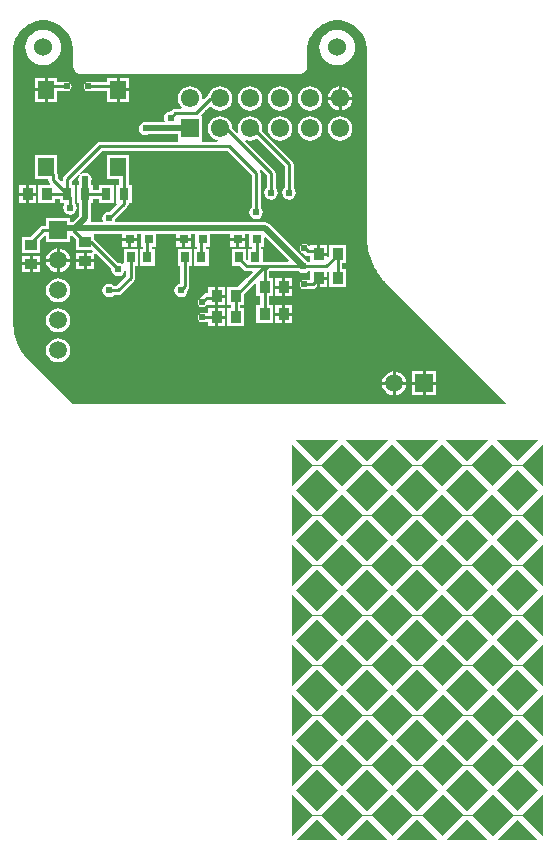
<source format=gtl>
G04*
G04 #@! TF.GenerationSoftware,Altium Limited,Altium Designer,20.0.14 (345)*
G04*
G04 Layer_Physical_Order=1*
G04 Layer_Color=255*
%FSLAX25Y25*%
%MOIN*%
G70*
G01*
G75*
%ADD25C,0.02400*%
%ADD27R,0.03543X0.03937*%
%ADD28R,0.03150X0.03937*%
%ADD29R,0.05512X0.05906*%
%ADD30R,0.03937X0.03543*%
%ADD31R,0.03150X0.03150*%
%ADD32R,0.02756X0.03543*%
%ADD33C,0.01000*%
%ADD34C,0.02000*%
%ADD35C,0.00400*%
%ADD36C,0.06000*%
%ADD37C,0.05984*%
%ADD38R,0.05984X0.05984*%
%ADD39R,0.06102X0.06102*%
%ADD40C,0.06102*%
%ADD41R,0.05984X0.05984*%
%ADD42C,0.01600*%
G36*
X55332Y30716D02*
X56824Y30231D01*
X58221Y29519D01*
X59489Y28598D01*
X60598Y27489D01*
X61519Y26221D01*
X62231Y24824D01*
X62716Y23333D01*
X62961Y21784D01*
Y21000D01*
X62961Y-41109D01*
X62963Y-41118D01*
X62968Y-41795D01*
X62982Y-41862D01*
X62974Y-41929D01*
X63103Y-43662D01*
X63127Y-43750D01*
X63124Y-43841D01*
X63406Y-45556D01*
X63437Y-45641D01*
X63442Y-45732D01*
X63873Y-47415D01*
X63913Y-47497D01*
X63926Y-47587D01*
X64503Y-49226D01*
X64549Y-49304D01*
X64570Y-49393D01*
X65290Y-50975D01*
X65343Y-51049D01*
X65371Y-51135D01*
X66227Y-52647D01*
X66286Y-52716D01*
X66322Y-52800D01*
X67308Y-54231D01*
X67357Y-54278D01*
X67388Y-54339D01*
X67928Y-55021D01*
X67945Y-55036D01*
X67956Y-55056D01*
X68707Y-55963D01*
X68782Y-56025D01*
X68836Y-56105D01*
X109268Y-96538D01*
X109077Y-97000D01*
X-35102D01*
X-50963Y-81134D01*
X-51399Y-80608D01*
X-52284Y-79323D01*
X-53052Y-77965D01*
X-53698Y-76546D01*
X-54216Y-75074D01*
X-54603Y-73563D01*
X-54856Y-72024D01*
X-54972Y-70468D01*
X-54961Y-69688D01*
X-54964Y-69674D01*
X-54961Y-69661D01*
Y21000D01*
Y21784D01*
X-54716Y23333D01*
X-54231Y24824D01*
X-53519Y26221D01*
X-52598Y27489D01*
X-51489Y28598D01*
X-50221Y29519D01*
X-48824Y30231D01*
X-47333Y30716D01*
X-45784Y30961D01*
X-44216D01*
X-42667Y30716D01*
X-41176Y30231D01*
X-39779Y29519D01*
X-38511Y28598D01*
X-37402Y27489D01*
X-36481Y26221D01*
X-35769Y24824D01*
X-35284Y23333D01*
X-35039Y21784D01*
Y15609D01*
X-34884Y14828D01*
X-34442Y14167D01*
X-33833Y13558D01*
X-33172Y13116D01*
X-32391Y12961D01*
X40271D01*
X41051Y13116D01*
X41713Y13558D01*
X42442Y14287D01*
X42884Y14949D01*
X43039Y15729D01*
Y21784D01*
X43284Y23333D01*
X43769Y24824D01*
X44481Y26221D01*
X45402Y27489D01*
X46511Y28598D01*
X47779Y29519D01*
X49176Y30231D01*
X50668Y30716D01*
X52216Y30961D01*
X53784D01*
X55332Y30716D01*
D02*
G37*
G36*
X113102Y-115928D02*
X106143Y-108968D01*
X120062D01*
X113102Y-115928D01*
D02*
G37*
G36*
X96398D02*
X89438Y-108968D01*
X103357D01*
X96398Y-115928D01*
D02*
G37*
G36*
X79693D02*
X72733Y-108968D01*
X86653D01*
X79693Y-115928D01*
D02*
G37*
G36*
X62988D02*
X56028Y-108968D01*
X69948D01*
X62988Y-115928D01*
D02*
G37*
G36*
X46284D02*
X39324Y-108968D01*
X53243D01*
X46284Y-115928D01*
D02*
G37*
G36*
X121454Y-124281D02*
X114494Y-117322D01*
X121454Y-110362D01*
Y-124281D01*
D02*
G37*
G36*
X111709Y-117322D02*
X104749Y-124281D01*
X97790Y-117322D01*
X104749Y-110362D01*
X111709Y-117322D01*
D02*
G37*
G36*
X95004D02*
X88045Y-124281D01*
X81085Y-117322D01*
X88045Y-110362D01*
X95004Y-117322D01*
D02*
G37*
G36*
X78298D02*
X71338Y-124281D01*
X64379Y-117322D01*
X71338Y-110362D01*
X78298Y-117322D01*
D02*
G37*
G36*
X61595D02*
X54635Y-124281D01*
X47675Y-117322D01*
X54635Y-110362D01*
X61595Y-117322D01*
D02*
G37*
G36*
X44890D02*
X37930Y-124281D01*
Y-110362D01*
X44890Y-117322D01*
D02*
G37*
G36*
X120062Y-125673D02*
X113102Y-132633D01*
X106143Y-125673D01*
X113102Y-118713D01*
X120062Y-125673D01*
D02*
G37*
G36*
X103357D02*
X96398Y-132633D01*
X89438Y-125673D01*
X96398Y-118713D01*
X103357Y-125673D01*
D02*
G37*
G36*
X86653D02*
X79693Y-132633D01*
X72733Y-125673D01*
X79693Y-118713D01*
X86653Y-125673D01*
D02*
G37*
G36*
X69948D02*
X62988Y-132633D01*
X56028Y-125673D01*
X62988Y-118713D01*
X69948Y-125673D01*
D02*
G37*
G36*
X53243D02*
X46284Y-132633D01*
X39324Y-125673D01*
X46284Y-118713D01*
X53243Y-125673D01*
D02*
G37*
G36*
X121454Y-140907D02*
X114494Y-133948D01*
X121454Y-126988D01*
Y-140907D01*
D02*
G37*
G36*
X111709Y-133948D02*
X104749Y-140907D01*
X97790Y-133948D01*
X104749Y-126988D01*
X111709Y-133948D01*
D02*
G37*
G36*
X95004D02*
X88045Y-140907D01*
X81085Y-133948D01*
X88045Y-126988D01*
X95004Y-133948D01*
D02*
G37*
G36*
X78298D02*
X71338Y-140907D01*
X64379Y-133948D01*
X71338Y-126988D01*
X78298Y-133948D01*
D02*
G37*
G36*
X61595D02*
X54635Y-140907D01*
X47675Y-133948D01*
X54635Y-126988D01*
X61595Y-133948D01*
D02*
G37*
G36*
X44890D02*
X37930Y-140907D01*
Y-126988D01*
X44890Y-133948D01*
D02*
G37*
G36*
X120062Y-142299D02*
X113102Y-149259D01*
X106143Y-142299D01*
X113102Y-135339D01*
X120062Y-142299D01*
D02*
G37*
G36*
X103357D02*
X96398Y-149259D01*
X89438Y-142299D01*
X96398Y-135339D01*
X103357Y-142299D01*
D02*
G37*
G36*
X86653D02*
X79693Y-149259D01*
X72733Y-142299D01*
X79693Y-135339D01*
X86653Y-142299D01*
D02*
G37*
G36*
X69948D02*
X62988Y-149259D01*
X56028Y-142299D01*
X62988Y-135339D01*
X69948Y-142299D01*
D02*
G37*
G36*
X53243D02*
X46284Y-149259D01*
X39324Y-142299D01*
X46284Y-135339D01*
X53243Y-142299D01*
D02*
G37*
G36*
X121454Y-157533D02*
X114494Y-150574D01*
X121454Y-143614D01*
Y-157533D01*
D02*
G37*
G36*
X111709Y-150574D02*
X104749Y-157533D01*
X97790Y-150574D01*
X104749Y-143614D01*
X111709Y-150574D01*
D02*
G37*
G36*
X95004D02*
X88045Y-157533D01*
X81085Y-150574D01*
X88045Y-143614D01*
X95004Y-150574D01*
D02*
G37*
G36*
X78298D02*
X71338Y-157533D01*
X64379Y-150574D01*
X71338Y-143614D01*
X78298Y-150574D01*
D02*
G37*
G36*
X61595D02*
X54635Y-157533D01*
X47675Y-150574D01*
X54635Y-143614D01*
X61595Y-150574D01*
D02*
G37*
G36*
X44890D02*
X37930Y-157533D01*
Y-143614D01*
X44890Y-150574D01*
D02*
G37*
G36*
X120062Y-158925D02*
X113102Y-165885D01*
X106143Y-158925D01*
X113102Y-151965D01*
X120062Y-158925D01*
D02*
G37*
G36*
X103357D02*
X96398Y-165885D01*
X89438Y-158925D01*
X96398Y-151965D01*
X103357Y-158925D01*
D02*
G37*
G36*
X86653D02*
X79693Y-165885D01*
X72733Y-158925D01*
X79693Y-151965D01*
X86653Y-158925D01*
D02*
G37*
G36*
X69948D02*
X62988Y-165885D01*
X56028Y-158925D01*
X62988Y-151965D01*
X69948Y-158925D01*
D02*
G37*
G36*
X53243D02*
X46284Y-165885D01*
X39324Y-158925D01*
X46284Y-151965D01*
X53243Y-158925D01*
D02*
G37*
G36*
X121454Y-174159D02*
X114494Y-167200D01*
X121454Y-160240D01*
Y-174159D01*
D02*
G37*
G36*
X111709Y-167200D02*
X104749Y-174159D01*
X97790Y-167200D01*
X104749Y-160240D01*
X111709Y-167200D01*
D02*
G37*
G36*
X95004D02*
X88045Y-174159D01*
X81085Y-167200D01*
X88045Y-160240D01*
X95004Y-167200D01*
D02*
G37*
G36*
X78298D02*
X71338Y-174159D01*
X64379Y-167200D01*
X71338Y-160240D01*
X78298Y-167200D01*
D02*
G37*
G36*
X61595D02*
X54635Y-174159D01*
X47675Y-167200D01*
X54635Y-160240D01*
X61595Y-167200D01*
D02*
G37*
G36*
X44890D02*
X37930Y-174159D01*
Y-160240D01*
X44890Y-167200D01*
D02*
G37*
G36*
X120062Y-175551D02*
X113102Y-182511D01*
X106143Y-175551D01*
X113102Y-168591D01*
X120062Y-175551D01*
D02*
G37*
G36*
X103357D02*
X96398Y-182511D01*
X89438Y-175551D01*
X96398Y-168591D01*
X103357Y-175551D01*
D02*
G37*
G36*
X86653D02*
X79693Y-182511D01*
X72733Y-175551D01*
X79693Y-168591D01*
X86653Y-175551D01*
D02*
G37*
G36*
X69948D02*
X62988Y-182511D01*
X56028Y-175551D01*
X62988Y-168591D01*
X69948Y-175551D01*
D02*
G37*
G36*
X53243D02*
X46284Y-182511D01*
X39324Y-175551D01*
X46284Y-168591D01*
X53243Y-175551D01*
D02*
G37*
G36*
X121531Y-190787D02*
X114572Y-183827D01*
X121531Y-176867D01*
Y-190787D01*
D02*
G37*
G36*
X111786Y-183827D02*
X104827Y-190787D01*
X97867Y-183827D01*
X104827Y-176867D01*
X111786Y-183827D01*
D02*
G37*
G36*
X95082D02*
X88122Y-190787D01*
X81162Y-183827D01*
X88122Y-176867D01*
X95082Y-183827D01*
D02*
G37*
G36*
X78376D02*
X71416Y-190787D01*
X64456Y-183827D01*
X71416Y-176867D01*
X78376Y-183827D01*
D02*
G37*
G36*
X61672D02*
X54713Y-190787D01*
X47753Y-183827D01*
X54713Y-176867D01*
X61672Y-183827D01*
D02*
G37*
G36*
X44968D02*
X38008Y-190787D01*
Y-176867D01*
X44968Y-183827D01*
D02*
G37*
G36*
X120062Y-192256D02*
X113102Y-199216D01*
X106143Y-192256D01*
X113102Y-185296D01*
X120062Y-192256D01*
D02*
G37*
G36*
X103357D02*
X96398Y-199216D01*
X89438Y-192256D01*
X96398Y-185296D01*
X103357Y-192256D01*
D02*
G37*
G36*
X86653D02*
X79693Y-199216D01*
X72733Y-192256D01*
X79693Y-185296D01*
X86653Y-192256D01*
D02*
G37*
G36*
X69948D02*
X62988Y-199216D01*
X56028Y-192256D01*
X62988Y-185296D01*
X69948Y-192256D01*
D02*
G37*
G36*
X53243D02*
X46284Y-199216D01*
X39324Y-192256D01*
X46284Y-185296D01*
X53243Y-192256D01*
D02*
G37*
G36*
X121531Y-207491D02*
X114572Y-200532D01*
X121531Y-193572D01*
Y-207491D01*
D02*
G37*
G36*
X111786Y-200532D02*
X104827Y-207491D01*
X97867Y-200532D01*
X104827Y-193572D01*
X111786Y-200532D01*
D02*
G37*
G36*
X95082D02*
X88122Y-207491D01*
X81162Y-200532D01*
X88122Y-193572D01*
X95082Y-200532D01*
D02*
G37*
G36*
X78376D02*
X71416Y-207491D01*
X64456Y-200532D01*
X71416Y-193572D01*
X78376Y-200532D01*
D02*
G37*
G36*
X61672D02*
X54713Y-207491D01*
X47753Y-200532D01*
X54713Y-193572D01*
X61672Y-200532D01*
D02*
G37*
G36*
X44968D02*
X38008Y-207491D01*
Y-193572D01*
X44968Y-200532D01*
D02*
G37*
G36*
X120062Y-208961D02*
X113102Y-215920D01*
X106143Y-208961D01*
X113102Y-202001D01*
X120062Y-208961D01*
D02*
G37*
G36*
X103357D02*
X96398Y-215920D01*
X89438Y-208961D01*
X96398Y-202001D01*
X103357Y-208961D01*
D02*
G37*
G36*
X86653D02*
X79693Y-215920D01*
X72733Y-208961D01*
X79693Y-202001D01*
X86653Y-208961D01*
D02*
G37*
G36*
X69948D02*
X62988Y-215920D01*
X56028Y-208961D01*
X62988Y-202001D01*
X69948Y-208961D01*
D02*
G37*
G36*
X53243D02*
X46284Y-215920D01*
X39324Y-208961D01*
X46284Y-202001D01*
X53243Y-208961D01*
D02*
G37*
G36*
X121531Y-224196D02*
X114572Y-217236D01*
X121531Y-210277D01*
Y-224196D01*
D02*
G37*
G36*
X111786Y-217236D02*
X104827Y-224196D01*
X97867Y-217236D01*
X104827Y-210277D01*
X111786Y-217236D01*
D02*
G37*
G36*
X95082D02*
X88122Y-224196D01*
X81162Y-217236D01*
X88122Y-210277D01*
X95082Y-217236D01*
D02*
G37*
G36*
X78376D02*
X71416Y-224196D01*
X64456Y-217236D01*
X71416Y-210277D01*
X78376Y-217236D01*
D02*
G37*
G36*
X61672D02*
X54713Y-224196D01*
X47753Y-217236D01*
X54713Y-210277D01*
X61672Y-217236D01*
D02*
G37*
G36*
X44968D02*
X38008Y-224196D01*
Y-210277D01*
X44968Y-217236D01*
D02*
G37*
G36*
X120062Y-225665D02*
X113102Y-232625D01*
X106143Y-225665D01*
X113102Y-218706D01*
X120062Y-225665D01*
D02*
G37*
G36*
X103357D02*
X96398Y-232625D01*
X89438Y-225665D01*
X96398Y-218706D01*
X103357Y-225665D01*
D02*
G37*
G36*
X86653D02*
X79693Y-232625D01*
X72733Y-225665D01*
X79693Y-218706D01*
X86653Y-225665D01*
D02*
G37*
G36*
X69948D02*
X62988Y-232625D01*
X56028Y-225665D01*
X62988Y-218706D01*
X69948Y-225665D01*
D02*
G37*
G36*
X53243D02*
X46284Y-232625D01*
X39324Y-225665D01*
X46284Y-218706D01*
X53243Y-225665D01*
D02*
G37*
G36*
X121531Y-240901D02*
X114572Y-233941D01*
X121531Y-226981D01*
Y-240901D01*
D02*
G37*
G36*
X111786Y-233941D02*
X104827Y-240901D01*
X97867Y-233941D01*
X104827Y-226981D01*
X111786Y-233941D01*
D02*
G37*
G36*
X95082D02*
X88122Y-240901D01*
X81162Y-233941D01*
X88122Y-226981D01*
X95082Y-233941D01*
D02*
G37*
G36*
X78376D02*
X71416Y-240901D01*
X64456Y-233941D01*
X71416Y-226981D01*
X78376Y-233941D01*
D02*
G37*
G36*
X61672D02*
X54713Y-240901D01*
X47753Y-233941D01*
X54713Y-226981D01*
X61672Y-233941D01*
D02*
G37*
G36*
X44968D02*
X38008Y-240901D01*
Y-226981D01*
X44968Y-233941D01*
D02*
G37*
G36*
X120062Y-242370D02*
X106143D01*
X113102Y-235410D01*
X120062Y-242370D01*
D02*
G37*
G36*
X103357D02*
X89438D01*
X96398Y-235410D01*
X103357Y-242370D01*
D02*
G37*
G36*
X86653D02*
X72733D01*
X79693Y-235410D01*
X86653Y-242370D01*
D02*
G37*
G36*
X69948D02*
X56028D01*
X62988Y-235410D01*
X69948Y-242370D01*
D02*
G37*
G36*
X53243D02*
X39324D01*
X46284Y-235410D01*
X53243Y-242370D01*
D02*
G37*
%LPC*%
G36*
X53000Y27950D02*
X51839Y27836D01*
X50723Y27497D01*
X49694Y26947D01*
X48793Y26207D01*
X48053Y25306D01*
X47503Y24277D01*
X47164Y23161D01*
X47050Y22000D01*
X47164Y20839D01*
X47503Y19723D01*
X48053Y18694D01*
X48793Y17793D01*
X49694Y17053D01*
X50723Y16503D01*
X51839Y16164D01*
X53000Y16050D01*
X54161Y16164D01*
X55277Y16503D01*
X56306Y17053D01*
X57207Y17793D01*
X57947Y18694D01*
X58497Y19723D01*
X58836Y20839D01*
X58950Y22000D01*
X58836Y23161D01*
X58497Y24277D01*
X57947Y25306D01*
X57207Y26207D01*
X56306Y26947D01*
X55277Y27497D01*
X54161Y27836D01*
X53000Y27950D01*
D02*
G37*
G36*
X-45000D02*
X-46161Y27836D01*
X-47277Y27497D01*
X-48306Y26947D01*
X-49207Y26207D01*
X-49947Y25306D01*
X-50497Y24277D01*
X-50836Y23161D01*
X-50950Y22000D01*
X-50836Y20839D01*
X-50497Y19723D01*
X-49947Y18694D01*
X-49207Y17793D01*
X-48306Y17053D01*
X-47277Y16503D01*
X-46161Y16164D01*
X-45000Y16050D01*
X-43839Y16164D01*
X-42723Y16503D01*
X-41694Y17053D01*
X-40793Y17793D01*
X-40053Y18694D01*
X-39503Y19723D01*
X-39164Y20839D01*
X-39050Y22000D01*
X-39164Y23161D01*
X-39503Y24277D01*
X-40053Y25306D01*
X-40793Y26207D01*
X-41694Y26947D01*
X-42723Y27497D01*
X-43839Y27836D01*
X-45000Y27950D01*
D02*
G37*
G36*
X-44500Y11748D02*
X-47756D01*
Y8295D01*
X-44500D01*
Y11748D01*
D02*
G37*
G36*
X-16244D02*
X-19500D01*
Y8295D01*
X-16244D01*
Y11748D01*
D02*
G37*
G36*
X54500Y9020D02*
Y5500D01*
X58020D01*
X57947Y6058D01*
X57539Y7043D01*
X56889Y7889D01*
X56043Y8539D01*
X55058Y8947D01*
X54500Y9020D01*
D02*
G37*
G36*
X53500D02*
X52942Y8947D01*
X51957Y8539D01*
X51111Y7889D01*
X50461Y7043D01*
X50053Y6058D01*
X49980Y5500D01*
X53500D01*
Y9020D01*
D02*
G37*
G36*
X14000Y9086D02*
X12942Y8947D01*
X11957Y8539D01*
X11111Y7889D01*
X10461Y7043D01*
X10065Y6086D01*
X9638Y5801D01*
X8522Y4685D01*
X8074Y4906D01*
X8086Y5000D01*
X7947Y6058D01*
X7539Y7043D01*
X6889Y7889D01*
X6043Y8539D01*
X5058Y8947D01*
X4000Y9086D01*
X2942Y8947D01*
X1957Y8539D01*
X1111Y7889D01*
X461Y7043D01*
X53Y6058D01*
X-86Y5000D01*
X53Y3942D01*
X461Y2957D01*
X1111Y2111D01*
X1251Y2003D01*
X1090Y1529D01*
X-1000D01*
X-1585Y1413D01*
X-2081Y1081D01*
X-2433Y730D01*
X-2500Y743D01*
X-3358Y572D01*
X-4086Y86D01*
X-4572Y-642D01*
X-4743Y-1500D01*
X-4572Y-2358D01*
X-4465Y-2520D01*
X-4700Y-2961D01*
X-9908D01*
X-9958Y-2928D01*
X-10816Y-2757D01*
X-11675Y-2928D01*
X-12403Y-3414D01*
X-12889Y-4142D01*
X-13059Y-5000D01*
X-12889Y-5858D01*
X-12403Y-6586D01*
X-11675Y-7072D01*
X-10816Y-7243D01*
X-9958Y-7072D01*
X-9908Y-7039D01*
X-51D01*
Y-8971D01*
X-51Y-9051D01*
X-246Y-9471D01*
X-26000D01*
X-26585Y-9587D01*
X-27081Y-9919D01*
X-38034Y-20871D01*
X-38366Y-21368D01*
X-38482Y-21953D01*
Y-22702D01*
X-38944Y-22893D01*
X-40215Y-21622D01*
Y-20051D01*
X-40244Y-19903D01*
Y-13842D01*
X-47756D01*
Y-21748D01*
X-43273D01*
Y-22256D01*
X-43157Y-22841D01*
X-42825Y-23337D01*
X-42593Y-23570D01*
X-42785Y-24032D01*
X-46622D01*
Y-29969D01*
X-41079D01*
Y-28529D01*
X-39528D01*
Y-29969D01*
X-38153D01*
X-37917Y-30410D01*
X-38072Y-30642D01*
X-38243Y-31500D01*
X-38072Y-32358D01*
X-37586Y-33086D01*
X-36858Y-33572D01*
X-36000Y-33743D01*
X-35142Y-33572D01*
X-34414Y-33086D01*
X-33928Y-32358D01*
X-33757Y-31500D01*
X-33928Y-30642D01*
X-34378Y-29968D01*
Y-24032D01*
X-35423D01*
Y-22586D01*
X-33059Y-20222D01*
X-32671Y-20541D01*
X-32769Y-20687D01*
X-33072Y-21142D01*
X-33243Y-22000D01*
X-33086Y-22788D01*
Y-24032D01*
X-33622D01*
Y-29969D01*
X-33086D01*
Y-34155D01*
X-35192Y-36261D01*
X-36008D01*
Y-35008D01*
X-43992D01*
Y-37471D01*
X-44953D01*
X-45538Y-37587D01*
X-46034Y-37919D01*
X-49194Y-41079D01*
X-51968D01*
Y-46622D01*
X-46031D01*
Y-42242D01*
X-44492Y-40702D01*
X-43992Y-40909D01*
Y-42992D01*
X-36008D01*
Y-40909D01*
X-35508Y-40702D01*
X-33968Y-42242D01*
Y-45622D01*
X-28682D01*
X-28479Y-45883D01*
X-28702Y-46378D01*
X-30500D01*
Y-48650D01*
X-28032D01*
Y-46839D01*
X-27531Y-46631D01*
X-22230Y-51933D01*
X-22243Y-52000D01*
X-22072Y-52858D01*
X-21586Y-53586D01*
X-20858Y-54072D01*
X-20000Y-54243D01*
X-19142Y-54072D01*
X-18414Y-53586D01*
X-17928Y-52858D01*
X-17822Y-52328D01*
X-17304Y-52286D01*
X-17285Y-52311D01*
Y-54122D01*
X-20633Y-57471D01*
X-21376D01*
X-21414Y-57414D01*
X-22142Y-56928D01*
X-23000Y-56757D01*
X-23858Y-56928D01*
X-24586Y-57414D01*
X-25072Y-58142D01*
X-25243Y-59000D01*
X-25072Y-59858D01*
X-24586Y-60586D01*
X-23858Y-61072D01*
X-23000Y-61243D01*
X-22142Y-61072D01*
X-21414Y-60586D01*
X-21376Y-60529D01*
X-20000D01*
X-19415Y-60413D01*
X-18919Y-60081D01*
X-14674Y-55837D01*
X-14343Y-55341D01*
X-14227Y-54756D01*
Y-50772D01*
X-13378D01*
Y-45228D01*
X-18134D01*
Y-50002D01*
X-18634Y-50267D01*
X-19142Y-49928D01*
X-20000Y-49757D01*
X-20067Y-49770D01*
X-28032Y-41806D01*
Y-40339D01*
X-18724D01*
Y-41500D01*
X-16150D01*
X-13575D01*
Y-40339D01*
X-12425D01*
Y-44575D01*
X-11773D01*
Y-45228D01*
X-12622D01*
Y-50772D01*
X-7866D01*
Y-45228D01*
X-8715D01*
Y-44575D01*
X-7276D01*
Y-40339D01*
X-724D01*
Y-41500D01*
X1850D01*
X4425D01*
Y-40339D01*
X5575D01*
Y-44575D01*
X6227D01*
Y-45228D01*
X5378D01*
Y-50772D01*
X10134D01*
Y-45228D01*
X9285D01*
Y-44575D01*
X10724D01*
Y-40339D01*
X17276D01*
Y-41500D01*
X19850D01*
X22425D01*
Y-40339D01*
X23575D01*
Y-44575D01*
X24620D01*
Y-45228D01*
X23378D01*
Y-48557D01*
X22901Y-48767D01*
X22622Y-48543D01*
Y-45228D01*
X17866D01*
Y-50772D01*
X20459D01*
X21769Y-52081D01*
X22265Y-52413D01*
X22850Y-52529D01*
X24654D01*
X24846Y-52991D01*
X23014Y-54823D01*
X22871Y-54919D01*
X19758Y-58031D01*
X16378D01*
Y-63968D01*
X17620D01*
Y-65031D01*
X16378D01*
Y-70969D01*
X21921D01*
Y-65031D01*
X20679D01*
Y-63968D01*
X21921D01*
Y-60194D01*
X24939Y-57177D01*
X25081Y-57081D01*
X25617Y-56546D01*
X26079Y-56737D01*
Y-60969D01*
X27321D01*
Y-64031D01*
X26079D01*
Y-69968D01*
X31622D01*
Y-64031D01*
X30380D01*
Y-60969D01*
X31622D01*
Y-55032D01*
X30380D01*
Y-52634D01*
X30484Y-52529D01*
X40076D01*
X40114Y-52586D01*
X40842Y-53072D01*
X41700Y-53243D01*
X42558Y-53072D01*
X43286Y-52586D01*
X43324Y-52529D01*
X44079D01*
Y-55471D01*
X42000D01*
X41415Y-55587D01*
X40919Y-55919D01*
X40587Y-56415D01*
X40471Y-57000D01*
X40587Y-57585D01*
X40919Y-58081D01*
X41415Y-58413D01*
X42000Y-58529D01*
X44850D01*
X45436Y-58413D01*
X45932Y-58081D01*
X46045Y-57968D01*
X46350D01*
Y-55000D01*
X46850D01*
Y-54500D01*
X49622D01*
Y-52808D01*
X49855Y-52606D01*
X49901Y-52590D01*
X50378Y-52901D01*
Y-57968D01*
X55921D01*
Y-52031D01*
X54679D01*
Y-49968D01*
X55921D01*
Y-44032D01*
X50378D01*
Y-47740D01*
X50099Y-47964D01*
X49622Y-47754D01*
Y-47500D01*
X46850D01*
Y-47000D01*
X46350D01*
Y-44032D01*
X44079D01*
Y-44032D01*
X43579Y-44130D01*
X43367Y-43919D01*
X42871Y-43587D01*
X42286Y-43471D01*
X42000D01*
X41415Y-43587D01*
X40919Y-43919D01*
X40587Y-44415D01*
X40471Y-45000D01*
X40587Y-45585D01*
X40919Y-46081D01*
X41415Y-46413D01*
X41566Y-46443D01*
X42204Y-47081D01*
X42700Y-47413D01*
X43286Y-47529D01*
X44079D01*
Y-49471D01*
X43324D01*
X43286Y-49414D01*
X42558Y-48928D01*
X42500Y-48916D01*
X30442Y-36858D01*
X29780Y-36416D01*
X29000Y-36261D01*
X-20641D01*
X-20908Y-35761D01*
X-20757Y-35000D01*
X-20770Y-34933D01*
X-16966Y-31129D01*
X-16634Y-30632D01*
X-16518Y-30047D01*
Y-29969D01*
X-15472D01*
Y-24032D01*
X-16518D01*
Y-21748D01*
X-16244D01*
Y-13842D01*
X-23756D01*
Y-21748D01*
X-19577D01*
Y-24032D01*
X-20622D01*
Y-29969D01*
X-20622D01*
X-20478Y-30315D01*
X-22933Y-32770D01*
X-23000Y-32757D01*
X-23858Y-32928D01*
X-24586Y-33414D01*
X-25072Y-34142D01*
X-25243Y-35000D01*
X-25092Y-35761D01*
X-25359Y-36261D01*
X-28905D01*
X-29168Y-35850D01*
X-29159Y-35761D01*
X-29008Y-35000D01*
Y-29969D01*
X-28472D01*
Y-28529D01*
X-26528D01*
Y-29969D01*
X-21378D01*
Y-24032D01*
X-26528D01*
Y-25471D01*
X-28472D01*
Y-24032D01*
X-29008D01*
Y-22979D01*
X-28928Y-22858D01*
X-28757Y-22000D01*
X-28928Y-21142D01*
X-29414Y-20414D01*
X-30142Y-19928D01*
X-31000Y-19757D01*
X-31858Y-19928D01*
X-32313Y-20231D01*
X-32459Y-20329D01*
X-32778Y-19940D01*
X-25367Y-12529D01*
X16366D01*
X24471Y-20633D01*
Y-31376D01*
X24414Y-31414D01*
X23928Y-32142D01*
X23757Y-33000D01*
X23928Y-33858D01*
X24414Y-34586D01*
X25142Y-35072D01*
X26000Y-35243D01*
X26858Y-35072D01*
X27586Y-34586D01*
X28072Y-33858D01*
X28243Y-33000D01*
X28072Y-32142D01*
X27586Y-31414D01*
X27529Y-31376D01*
Y-20000D01*
X27413Y-19415D01*
X27148Y-19018D01*
X27536Y-18699D01*
X29471Y-20633D01*
Y-24876D01*
X29414Y-24914D01*
X28928Y-25642D01*
X28757Y-26500D01*
X28928Y-27358D01*
X29414Y-28086D01*
X30142Y-28572D01*
X31000Y-28743D01*
X31858Y-28572D01*
X32586Y-28086D01*
X33072Y-27358D01*
X33243Y-26500D01*
X33072Y-25642D01*
X32586Y-24914D01*
X32529Y-24876D01*
Y-20000D01*
X32413Y-19415D01*
X32081Y-18919D01*
X22445Y-9282D01*
X22728Y-8858D01*
X22942Y-8947D01*
X24000Y-9086D01*
X25058Y-8947D01*
X26043Y-8539D01*
X26231Y-8394D01*
X35471Y-17634D01*
Y-24876D01*
X35414Y-24914D01*
X34928Y-25642D01*
X34757Y-26500D01*
X34928Y-27358D01*
X35414Y-28086D01*
X36142Y-28572D01*
X37000Y-28743D01*
X37858Y-28572D01*
X38586Y-28086D01*
X39072Y-27358D01*
X39243Y-26500D01*
X39072Y-25642D01*
X38586Y-24914D01*
X38529Y-24876D01*
Y-17000D01*
X38413Y-16415D01*
X38081Y-15919D01*
X27979Y-5816D01*
X28086Y-5000D01*
X27947Y-3942D01*
X27539Y-2957D01*
X26889Y-2111D01*
X26043Y-1461D01*
X25058Y-1053D01*
X24000Y-914D01*
X22942Y-1053D01*
X21957Y-1461D01*
X21111Y-2111D01*
X20461Y-2957D01*
X20053Y-3942D01*
X19914Y-5000D01*
X20053Y-6058D01*
X20142Y-6272D01*
X19718Y-6555D01*
X18075Y-4912D01*
X17947Y-3942D01*
X17539Y-2957D01*
X16889Y-2111D01*
X16043Y-1461D01*
X15058Y-1053D01*
X14000Y-914D01*
X12942Y-1053D01*
X11957Y-1461D01*
X11111Y-2111D01*
X10461Y-2957D01*
X10053Y-3942D01*
X9914Y-5000D01*
X10053Y-6058D01*
X10461Y-7043D01*
X11111Y-7889D01*
X11957Y-8539D01*
X12942Y-8947D01*
X13122Y-8971D01*
X13090Y-9471D01*
X8246D01*
X8051Y-9051D01*
X8051Y-8971D01*
Y-949D01*
X7867D01*
X7676Y-487D01*
X10479Y2316D01*
X10978Y2283D01*
X11111Y2111D01*
X11957Y1461D01*
X12942Y1053D01*
X14000Y914D01*
X15058Y1053D01*
X16043Y1461D01*
X16889Y2111D01*
X17539Y2957D01*
X17947Y3942D01*
X18086Y5000D01*
X17947Y6058D01*
X17539Y7043D01*
X16889Y7889D01*
X16043Y8539D01*
X15058Y8947D01*
X14000Y9086D01*
D02*
G37*
G36*
X-16244Y7295D02*
X-19500D01*
Y3842D01*
X-16244D01*
Y7295D01*
D02*
G37*
G36*
X-20500Y11748D02*
X-23756D01*
Y10529D01*
X-30000D01*
X-30585Y10413D01*
X-31081Y10081D01*
X-31413Y9585D01*
X-31529Y9000D01*
X-31413Y8415D01*
X-31081Y7919D01*
X-30585Y7587D01*
X-30000Y7471D01*
X-23756D01*
Y3842D01*
X-20500D01*
Y7795D01*
Y11748D01*
D02*
G37*
G36*
X-40244D02*
X-43500D01*
Y7795D01*
Y3842D01*
X-40244D01*
Y7471D01*
X-37000D01*
X-36415Y7587D01*
X-35919Y7919D01*
X-35587Y8415D01*
X-35471Y9000D01*
X-35587Y9585D01*
X-35919Y10081D01*
X-36415Y10413D01*
X-37000Y10529D01*
X-40244D01*
Y11748D01*
D02*
G37*
G36*
X-44500Y7295D02*
X-47756D01*
Y3842D01*
X-44500D01*
Y7295D01*
D02*
G37*
G36*
X58020Y4500D02*
X54500D01*
Y980D01*
X55058Y1053D01*
X56043Y1461D01*
X56889Y2111D01*
X57539Y2957D01*
X57947Y3942D01*
X58020Y4500D01*
D02*
G37*
G36*
X53500D02*
X49980D01*
X50053Y3942D01*
X50461Y2957D01*
X51111Y2111D01*
X51957Y1461D01*
X52942Y1053D01*
X53500Y980D01*
Y4500D01*
D02*
G37*
G36*
X44000Y9086D02*
X42942Y8947D01*
X41957Y8539D01*
X41111Y7889D01*
X40461Y7043D01*
X40053Y6058D01*
X39914Y5000D01*
X40053Y3942D01*
X40461Y2957D01*
X41111Y2111D01*
X41957Y1461D01*
X42942Y1053D01*
X44000Y914D01*
X45058Y1053D01*
X46043Y1461D01*
X46889Y2111D01*
X47539Y2957D01*
X47947Y3942D01*
X48086Y5000D01*
X47947Y6058D01*
X47539Y7043D01*
X46889Y7889D01*
X46043Y8539D01*
X45058Y8947D01*
X44000Y9086D01*
D02*
G37*
G36*
X34000D02*
X32942Y8947D01*
X31957Y8539D01*
X31111Y7889D01*
X30461Y7043D01*
X30053Y6058D01*
X29914Y5000D01*
X30053Y3942D01*
X30461Y2957D01*
X31111Y2111D01*
X31957Y1461D01*
X32942Y1053D01*
X34000Y914D01*
X35058Y1053D01*
X36043Y1461D01*
X36889Y2111D01*
X37539Y2957D01*
X37947Y3942D01*
X38086Y5000D01*
X37947Y6058D01*
X37539Y7043D01*
X36889Y7889D01*
X36043Y8539D01*
X35058Y8947D01*
X34000Y9086D01*
D02*
G37*
G36*
X24000D02*
X22942Y8947D01*
X21957Y8539D01*
X21111Y7889D01*
X20461Y7043D01*
X20053Y6058D01*
X19914Y5000D01*
X20053Y3942D01*
X20461Y2957D01*
X21111Y2111D01*
X21957Y1461D01*
X22942Y1053D01*
X24000Y914D01*
X25058Y1053D01*
X26043Y1461D01*
X26889Y2111D01*
X27539Y2957D01*
X27947Y3942D01*
X28086Y5000D01*
X27947Y6058D01*
X27539Y7043D01*
X26889Y7889D01*
X26043Y8539D01*
X25058Y8947D01*
X24000Y9086D01*
D02*
G37*
G36*
X54000Y-914D02*
X52942Y-1053D01*
X51957Y-1461D01*
X51111Y-2111D01*
X50461Y-2957D01*
X50053Y-3942D01*
X49914Y-5000D01*
X50053Y-6058D01*
X50461Y-7043D01*
X51111Y-7889D01*
X51957Y-8539D01*
X52942Y-8947D01*
X54000Y-9086D01*
X55058Y-8947D01*
X56043Y-8539D01*
X56889Y-7889D01*
X57539Y-7043D01*
X57947Y-6058D01*
X58086Y-5000D01*
X57947Y-3942D01*
X57539Y-2957D01*
X56889Y-2111D01*
X56043Y-1461D01*
X55058Y-1053D01*
X54000Y-914D01*
D02*
G37*
G36*
X44000D02*
X42942Y-1053D01*
X41957Y-1461D01*
X41111Y-2111D01*
X40461Y-2957D01*
X40053Y-3942D01*
X39914Y-5000D01*
X40053Y-6058D01*
X40461Y-7043D01*
X41111Y-7889D01*
X41957Y-8539D01*
X42942Y-8947D01*
X44000Y-9086D01*
X45058Y-8947D01*
X46043Y-8539D01*
X46889Y-7889D01*
X47539Y-7043D01*
X47947Y-6058D01*
X48086Y-5000D01*
X47947Y-3942D01*
X47539Y-2957D01*
X46889Y-2111D01*
X46043Y-1461D01*
X45058Y-1053D01*
X44000Y-914D01*
D02*
G37*
G36*
X34000D02*
X32942Y-1053D01*
X31957Y-1461D01*
X31111Y-2111D01*
X30461Y-2957D01*
X30053Y-3942D01*
X29914Y-5000D01*
X30053Y-6058D01*
X30461Y-7043D01*
X31111Y-7889D01*
X31957Y-8539D01*
X32942Y-8947D01*
X34000Y-9086D01*
X35058Y-8947D01*
X36043Y-8539D01*
X36889Y-7889D01*
X37539Y-7043D01*
X37947Y-6058D01*
X38086Y-5000D01*
X37947Y-3942D01*
X37539Y-2957D01*
X36889Y-2111D01*
X36043Y-1461D01*
X35058Y-1053D01*
X34000Y-914D01*
D02*
G37*
G36*
X-47378Y-24032D02*
X-49650D01*
Y-26500D01*
X-47378D01*
Y-24032D01*
D02*
G37*
G36*
X-50650D02*
X-52921D01*
Y-26500D01*
X-50650D01*
Y-24032D01*
D02*
G37*
G36*
X-47378Y-27500D02*
X-49650D01*
Y-29969D01*
X-47378D01*
Y-27500D01*
D02*
G37*
G36*
X-50650D02*
X-52921D01*
Y-29969D01*
X-50650D01*
Y-27500D01*
D02*
G37*
G36*
X22425Y-42500D02*
X20350D01*
Y-44575D01*
X22425D01*
Y-42500D01*
D02*
G37*
G36*
X19350D02*
X17276D01*
Y-44575D01*
X19350D01*
Y-42500D01*
D02*
G37*
G36*
X4425D02*
X2350D01*
Y-44575D01*
X4425D01*
Y-42500D01*
D02*
G37*
G36*
X1350D02*
X-724D01*
Y-44575D01*
X1350D01*
Y-42500D01*
D02*
G37*
G36*
X-13575D02*
X-15650D01*
Y-44575D01*
X-13575D01*
Y-42500D01*
D02*
G37*
G36*
X-16650D02*
X-18724D01*
Y-44575D01*
X-16650D01*
Y-42500D01*
D02*
G37*
G36*
X49622Y-44032D02*
X47350D01*
Y-46500D01*
X49622D01*
Y-44032D01*
D02*
G37*
G36*
X-39500Y-45039D02*
Y-48500D01*
X-36039D01*
X-36111Y-47958D01*
X-36513Y-46987D01*
X-37153Y-46153D01*
X-37987Y-45513D01*
X-38958Y-45111D01*
X-39500Y-45039D01*
D02*
G37*
G36*
X-40500D02*
X-41042Y-45111D01*
X-42013Y-45513D01*
X-42847Y-46153D01*
X-43487Y-46987D01*
X-43889Y-47958D01*
X-43961Y-48500D01*
X-40500D01*
Y-45039D01*
D02*
G37*
G36*
X-31500Y-46378D02*
X-33968D01*
Y-48650D01*
X-31500D01*
Y-46378D01*
D02*
G37*
G36*
X-46031Y-47378D02*
X-48500D01*
Y-49650D01*
X-46031D01*
Y-47378D01*
D02*
G37*
G36*
X-49500D02*
X-51968D01*
Y-49650D01*
X-49500D01*
Y-47378D01*
D02*
G37*
G36*
X-28032Y-49650D02*
X-30500D01*
Y-51921D01*
X-28032D01*
Y-49650D01*
D02*
G37*
G36*
X-31500D02*
X-33968D01*
Y-51921D01*
X-31500D01*
Y-49650D01*
D02*
G37*
G36*
X-46031Y-50650D02*
X-48500D01*
Y-52921D01*
X-46031D01*
Y-50650D01*
D02*
G37*
G36*
X-49500D02*
X-51968D01*
Y-52921D01*
X-49500D01*
Y-50650D01*
D02*
G37*
G36*
X-36039Y-49500D02*
X-39500D01*
Y-52961D01*
X-38958Y-52889D01*
X-37987Y-52487D01*
X-37153Y-51847D01*
X-36513Y-51013D01*
X-36111Y-50042D01*
X-36039Y-49500D01*
D02*
G37*
G36*
X-40500D02*
X-43961D01*
X-43889Y-50042D01*
X-43487Y-51013D01*
X-42847Y-51847D01*
X-42013Y-52487D01*
X-41042Y-52889D01*
X-40500Y-52961D01*
Y-49500D01*
D02*
G37*
G36*
X37921Y-55032D02*
X35650D01*
Y-57500D01*
X37921D01*
Y-55032D01*
D02*
G37*
G36*
X34650D02*
X32378D01*
Y-57500D01*
X34650D01*
Y-55032D01*
D02*
G37*
G36*
X49622Y-55500D02*
X47350D01*
Y-57968D01*
X49622D01*
Y-55500D01*
D02*
G37*
G36*
X15622Y-58031D02*
X13350D01*
Y-60500D01*
X15622D01*
Y-58031D01*
D02*
G37*
G36*
X37921Y-58500D02*
X35650D01*
Y-60969D01*
X37921D01*
Y-58500D01*
D02*
G37*
G36*
X34650D02*
X32378D01*
Y-60969D01*
X34650D01*
Y-58500D01*
D02*
G37*
G36*
X4622Y-45228D02*
X-134D01*
Y-50772D01*
X715D01*
Y-56814D01*
X142Y-56928D01*
X-586Y-57414D01*
X-1072Y-58142D01*
X-1243Y-59000D01*
X-1072Y-59858D01*
X-586Y-60586D01*
X142Y-61072D01*
X1000Y-61243D01*
X1858Y-61072D01*
X2586Y-60586D01*
X3072Y-59858D01*
X3243Y-59000D01*
X3203Y-58798D01*
X3325Y-58675D01*
X3657Y-58179D01*
X3774Y-57594D01*
Y-50772D01*
X4622D01*
Y-45228D01*
D02*
G37*
G36*
X-40000Y-54973D02*
X-41042Y-55111D01*
X-42013Y-55513D01*
X-42847Y-56153D01*
X-43487Y-56987D01*
X-43889Y-57958D01*
X-44027Y-59000D01*
X-43889Y-60042D01*
X-43487Y-61013D01*
X-42847Y-61847D01*
X-42013Y-62487D01*
X-41042Y-62889D01*
X-40000Y-63027D01*
X-38958Y-62889D01*
X-37987Y-62487D01*
X-37153Y-61847D01*
X-36513Y-61013D01*
X-36111Y-60042D01*
X-35973Y-59000D01*
X-36111Y-57958D01*
X-36513Y-56987D01*
X-37153Y-56153D01*
X-37987Y-55513D01*
X-38958Y-55111D01*
X-40000Y-54973D01*
D02*
G37*
G36*
X15622Y-61500D02*
X13350D01*
Y-63968D01*
X15622D01*
Y-61500D01*
D02*
G37*
G36*
X12350Y-58031D02*
X10079D01*
Y-59844D01*
X9626D01*
X9041Y-59961D01*
X8545Y-60292D01*
X6919Y-61919D01*
X6587Y-62415D01*
X6471Y-63000D01*
X6587Y-63585D01*
X6919Y-64081D01*
X7415Y-64413D01*
X8000Y-64529D01*
X8585Y-64413D01*
X9081Y-64081D01*
X9617Y-63546D01*
X10079Y-63737D01*
Y-63968D01*
X12350D01*
Y-61000D01*
Y-58031D01*
D02*
G37*
G36*
X37921Y-64031D02*
X35650D01*
Y-66500D01*
X37921D01*
Y-64031D01*
D02*
G37*
G36*
X34650D02*
X32378D01*
Y-66500D01*
X34650D01*
Y-64031D01*
D02*
G37*
G36*
X15622Y-65031D02*
X13350D01*
Y-67500D01*
X15622D01*
Y-65031D01*
D02*
G37*
G36*
X37921Y-67500D02*
X35650D01*
Y-69968D01*
X37921D01*
Y-67500D01*
D02*
G37*
G36*
X34650D02*
X32378D01*
Y-69968D01*
X34650D01*
Y-67500D01*
D02*
G37*
G36*
X15622Y-68500D02*
X13350D01*
Y-70969D01*
X15622D01*
Y-68500D01*
D02*
G37*
G36*
X12350Y-65031D02*
X10079D01*
Y-66471D01*
X8000D01*
X7415Y-66587D01*
X6919Y-66919D01*
X6587Y-67415D01*
X6471Y-68000D01*
X6587Y-68585D01*
X6919Y-69081D01*
X7415Y-69413D01*
X8000Y-69529D01*
X10079D01*
Y-70969D01*
X12350D01*
Y-68000D01*
Y-65031D01*
D02*
G37*
G36*
X-40000Y-64973D02*
X-41042Y-65111D01*
X-42013Y-65513D01*
X-42847Y-66153D01*
X-43487Y-66987D01*
X-43889Y-67958D01*
X-44027Y-69000D01*
X-43889Y-70042D01*
X-43487Y-71013D01*
X-42847Y-71847D01*
X-42013Y-72487D01*
X-41042Y-72889D01*
X-40000Y-73027D01*
X-38958Y-72889D01*
X-37987Y-72487D01*
X-37153Y-71847D01*
X-36513Y-71013D01*
X-36111Y-70042D01*
X-35973Y-69000D01*
X-36111Y-67958D01*
X-36513Y-66987D01*
X-37153Y-66153D01*
X-37987Y-65513D01*
X-38958Y-65111D01*
X-40000Y-64973D01*
D02*
G37*
G36*
Y-74973D02*
X-41042Y-75111D01*
X-42013Y-75513D01*
X-42847Y-76153D01*
X-43487Y-76987D01*
X-43889Y-77958D01*
X-44027Y-79000D01*
X-43889Y-80042D01*
X-43487Y-81013D01*
X-42847Y-81847D01*
X-42013Y-82487D01*
X-41042Y-82889D01*
X-40000Y-83027D01*
X-38958Y-82889D01*
X-37987Y-82487D01*
X-37153Y-81847D01*
X-36513Y-81013D01*
X-36111Y-80042D01*
X-35973Y-79000D01*
X-36111Y-77958D01*
X-36513Y-76987D01*
X-37153Y-76153D01*
X-37987Y-75513D01*
X-38958Y-75111D01*
X-40000Y-74973D01*
D02*
G37*
G36*
X85992Y-86008D02*
X82500D01*
Y-89500D01*
X85992D01*
Y-86008D01*
D02*
G37*
G36*
X72500Y-86039D02*
Y-89500D01*
X75961D01*
X75889Y-88958D01*
X75487Y-87987D01*
X74847Y-87153D01*
X74013Y-86513D01*
X73042Y-86111D01*
X72500Y-86039D01*
D02*
G37*
G36*
X71500D02*
X70958Y-86111D01*
X69987Y-86513D01*
X69153Y-87153D01*
X68513Y-87987D01*
X68111Y-88958D01*
X68039Y-89500D01*
X71500D01*
Y-86039D01*
D02*
G37*
G36*
X81500Y-86008D02*
X78008D01*
Y-89500D01*
X81500D01*
Y-86008D01*
D02*
G37*
G36*
X75961Y-90500D02*
X72500D01*
Y-93961D01*
X73042Y-93889D01*
X74013Y-93487D01*
X74847Y-92847D01*
X75487Y-92013D01*
X75889Y-91042D01*
X75961Y-90500D01*
D02*
G37*
G36*
X71500D02*
X68039D01*
X68111Y-91042D01*
X68513Y-92013D01*
X69153Y-92847D01*
X69987Y-93487D01*
X70958Y-93889D01*
X71500Y-93961D01*
Y-90500D01*
D02*
G37*
G36*
X85992D02*
X82500D01*
Y-93992D01*
X85992D01*
Y-90500D01*
D02*
G37*
G36*
X81500D02*
X78008D01*
Y-93992D01*
X81500D01*
Y-90500D01*
D02*
G37*
%LPD*%
G36*
X36825Y-49009D02*
X36634Y-49471D01*
X28134D01*
Y-45228D01*
X27679D01*
Y-44575D01*
X28724D01*
Y-41561D01*
X29186Y-41370D01*
X36825Y-49009D01*
D02*
G37*
D25*
X40000Y-14000D02*
D03*
X42000Y-45000D02*
D03*
Y-57000D02*
D03*
X31000Y-26500D02*
D03*
X26000Y-33000D02*
D03*
X37000Y-26500D02*
D03*
X60000Y-64000D02*
D03*
X-23000Y-59000D02*
D03*
X-36000Y-31500D02*
D03*
X-31000Y-22000D02*
D03*
X-23000Y-35000D02*
D03*
X-30000Y-95000D02*
D03*
Y-85000D02*
D03*
Y-75000D02*
D03*
Y-66000D02*
D03*
Y-55000D02*
D03*
X-37000Y9000D02*
D03*
X-30000D02*
D03*
X-50000Y-39000D02*
D03*
Y-32000D02*
D03*
Y-79000D02*
D03*
Y-70000D02*
D03*
Y-61000D02*
D03*
Y-20000D02*
D03*
X-30000Y-10000D02*
D03*
X-40000D02*
D03*
X-50000D02*
D03*
X-30000Y0D02*
D03*
X-40000D02*
D03*
X-50000D02*
D03*
X-20000D02*
D03*
X-10000D02*
D03*
X60000D02*
D03*
Y10000D02*
D03*
X50000D02*
D03*
X-10000D02*
D03*
X0D02*
D03*
X40000D02*
D03*
X30000D02*
D03*
X20000D02*
D03*
X10000D02*
D03*
Y0D02*
D03*
X20000D02*
D03*
X30000D02*
D03*
X40000D02*
D03*
X50000D02*
D03*
X90000Y-84000D02*
D03*
X80000Y-74000D02*
D03*
Y-84000D02*
D03*
X70000Y-64000D02*
D03*
Y-74000D02*
D03*
Y-84000D02*
D03*
X60000D02*
D03*
Y-74000D02*
D03*
Y-54000D02*
D03*
Y-44000D02*
D03*
Y-34000D02*
D03*
Y-24000D02*
D03*
X-10816Y-5000D02*
D03*
X-11000Y-14000D02*
D03*
X10000D02*
D03*
X60000D02*
D03*
X50000D02*
D03*
X-2500Y-1500D02*
D03*
X1000Y-59000D02*
D03*
X-20000Y-52000D02*
D03*
X8000Y-63000D02*
D03*
Y-68000D02*
D03*
X41700Y-51000D02*
D03*
D27*
X28850Y-58000D02*
D03*
X35150D02*
D03*
X12850Y-61000D02*
D03*
X19150D02*
D03*
X12850Y-68000D02*
D03*
X19150D02*
D03*
X28850Y-67000D02*
D03*
X35150D02*
D03*
X46850Y-55000D02*
D03*
X53150D02*
D03*
X-50150Y-27000D02*
D03*
X-43850D02*
D03*
X46850Y-47000D02*
D03*
X53150D02*
D03*
D28*
X-36953Y-27000D02*
D03*
X-31047D02*
D03*
X-18047D02*
D03*
X-23953D02*
D03*
D29*
X-44000Y7795D02*
D03*
Y-17795D02*
D03*
X-20000Y7795D02*
D03*
Y-17795D02*
D03*
D30*
X-31000Y-49150D02*
D03*
Y-42850D02*
D03*
X-49000Y-43850D02*
D03*
Y-50150D02*
D03*
D31*
X8150Y-42000D02*
D03*
X1850D02*
D03*
X-9850D02*
D03*
X-16150D02*
D03*
X26150D02*
D03*
X19850D02*
D03*
D32*
X-10244Y-48000D02*
D03*
X-15756D02*
D03*
X7756D02*
D03*
X2244D02*
D03*
X20244D02*
D03*
X25756D02*
D03*
D33*
X-38000Y-27000D02*
Y-26000D01*
Y-27000D02*
X-36953D01*
X-43850D02*
X-38000D01*
X45850Y-46000D02*
X46850Y-47000D01*
X43286Y-46000D02*
X45850D01*
X42286Y-45000D02*
X43286Y-46000D01*
X42000Y-45000D02*
X42286D01*
X42000Y-57000D02*
X44850D01*
X31000Y-26200D02*
Y-20000D01*
X16000Y-5000D02*
X31000Y-20000D01*
X26000Y-33000D02*
Y-20000D01*
X25000Y-5000D02*
X37000Y-17000D01*
Y-25644D02*
Y-17000D01*
X14000Y-5000D02*
X16000D01*
X-23000Y-59000D02*
X-20000D01*
X-15756Y-54756D01*
Y-48000D01*
X-36000Y-31500D02*
Y-27953D01*
X-36953Y-21953D02*
X-26000Y-11000D01*
X17000D01*
X-36953Y-27000D02*
Y-21953D01*
Y-27000D02*
X-36000Y-27953D01*
X-31000Y-22000D02*
X-31000Y-22000D01*
X-18047Y-30047D02*
Y-27000D01*
Y-19748D01*
X-23000Y-35000D02*
X-18047Y-30047D01*
X-42795Y9000D02*
X-37000D01*
X-44000Y7795D02*
X-42795Y9000D01*
X-21205D02*
X-20000Y7795D01*
X-30000Y9000D02*
X-21205D01*
X-48803Y-42850D02*
X-44953Y-39000D01*
X-40000D01*
X-1000Y0D02*
X6000D01*
X10720Y4720D01*
X13720D01*
X17000Y-11000D02*
X26000Y-20000D01*
X24000Y-5000D02*
X25000D01*
X-2500Y-1500D02*
X-1000Y0D01*
X13720Y4720D02*
X14000Y5000D01*
X-35047Y-39000D02*
X-31197Y-42850D01*
X-35047Y-39000D02*
X-34347Y-38300D01*
X53150Y-55000D02*
Y-47197D01*
X41700Y-51000D02*
X49346D01*
X53150Y-47197D01*
Y-47000D01*
X44850Y-57000D02*
X46850Y-55000D01*
X-31000Y-42850D02*
X-29150D01*
X-20000Y-52000D01*
X-31047Y-27000D02*
X-23953D01*
X29000Y-51000D02*
X29850D01*
X28850Y-58000D02*
Y-52000D01*
X24000Y-56000D02*
X29000Y-51000D01*
X22850D02*
X29000D01*
X28850Y-52000D02*
X29850Y-51000D01*
X41700D01*
X20244Y-48394D02*
X22850Y-51000D01*
X20244Y-48394D02*
Y-48000D01*
X1000Y-59000D02*
Y-58838D01*
X2244Y-57594D01*
Y-48000D01*
X7756Y-42394D02*
X8150Y-42000D01*
X7756Y-48000D02*
Y-42394D01*
X-10244D02*
X-9850Y-42000D01*
X-10244Y-48000D02*
Y-42394D01*
X-20000Y-17795D02*
X-18047Y-19748D01*
X28850Y-67000D02*
Y-58000D01*
X23953Y-56000D02*
X24000D01*
X19150Y-60803D02*
X23953Y-56000D01*
X19150Y-61000D02*
Y-60803D01*
Y-68000D02*
Y-61000D01*
X-49000Y-42850D02*
X-48803D01*
X-31197D02*
X-31000D01*
X-41744Y-22256D02*
Y-20051D01*
Y-22256D02*
X-38000Y-26000D01*
X54000Y5000D02*
X54885Y4115D01*
X-44000Y-17795D02*
X-41744Y-20051D01*
X26150Y-46606D02*
Y-42000D01*
X8000Y-63000D02*
X9626Y-61374D01*
X12477D01*
X12850Y-61000D01*
X8000Y-68000D02*
X12850D01*
D34*
X-10816Y-5000D02*
X4000D01*
X-31047Y-22047D02*
X-31000Y-22000D01*
X-31047Y-27000D02*
Y-22047D01*
X-39300Y-38300D02*
X-34347D01*
X-40000Y-39000D02*
X-39300Y-38300D01*
X-34347D02*
X-31047Y-35000D01*
X-34347Y-38300D02*
X29000D01*
X41700Y-51000D01*
X-31047Y-35000D02*
Y-27000D01*
D35*
X39283Y-217314D02*
X116284D01*
X39283Y-150574D02*
X116284D01*
X39283Y-117322D02*
X116284D01*
X39283Y-133948D02*
X116284D01*
X39283Y-167200D02*
X116284D01*
X39283Y-183904D02*
X116284D01*
X39283Y-200609D02*
X116284D01*
X39283Y-234018D02*
X116284D01*
D36*
X-45000Y22000D02*
D03*
X53000D02*
D03*
D37*
X72000Y-90000D02*
D03*
X-40000Y-79000D02*
D03*
Y-69000D02*
D03*
Y-59000D02*
D03*
Y-49000D02*
D03*
D38*
X82000Y-90000D02*
D03*
D39*
X4000Y-5000D02*
D03*
D40*
X14000D02*
D03*
X24000D02*
D03*
X34000D02*
D03*
X44000D02*
D03*
X54000D02*
D03*
X4000Y5000D02*
D03*
X14000D02*
D03*
X24000D02*
D03*
X34000D02*
D03*
X44000D02*
D03*
X54000D02*
D03*
D41*
X-40000Y-39000D02*
D03*
D42*
X38100Y-72000D02*
D03*
X46284Y-204236D02*
D03*
X9000Y-90000D02*
D03*
X10000Y-94000D02*
D03*
X14000D02*
D03*
X6800Y-86700D02*
D03*
X17000Y-92000D02*
D03*
X19600Y-89200D02*
D03*
X23000Y-87000D02*
D03*
X45500Y-72000D02*
D03*
X47200Y-62200D02*
D03*
X44000Y-64000D02*
D03*
X42000Y-72000D02*
D03*
X39283Y-217314D02*
D03*
Y-150574D02*
D03*
Y-167200D02*
D03*
X46284Y-120949D02*
D03*
X62988D02*
D03*
X113102D02*
D03*
X96398D02*
D03*
X79693D02*
D03*
X62989Y-110634D02*
D03*
X113103D02*
D03*
X96399D02*
D03*
X79694D02*
D03*
X46284D02*
D03*
X79694Y-180276D02*
D03*
X96399D02*
D03*
X113103D02*
D03*
X113102Y-170827D02*
D03*
X39283Y-117322D02*
D03*
X96399Y-130398D02*
D03*
X46284D02*
D03*
X62989D02*
D03*
X79694D02*
D03*
X113103D02*
D03*
X46284Y-137575D02*
D03*
X62988D02*
D03*
X113102D02*
D03*
X96398D02*
D03*
X79693D02*
D03*
X39283Y-133948D02*
D03*
X96399Y-147024D02*
D03*
X46284D02*
D03*
X62989D02*
D03*
X79694D02*
D03*
X113103D02*
D03*
X46284Y-154201D02*
D03*
X62988D02*
D03*
X113102D02*
D03*
X96398D02*
D03*
X79693D02*
D03*
X96399Y-163650D02*
D03*
X46284D02*
D03*
X62989D02*
D03*
X79694D02*
D03*
X113103D02*
D03*
X62988Y-170827D02*
D03*
X96398D02*
D03*
X79693D02*
D03*
X46284Y-180276D02*
D03*
X113102Y-187531D02*
D03*
X96398D02*
D03*
X79693D02*
D03*
X62989Y-180276D02*
D03*
X62988Y-187531D02*
D03*
X113103Y-196980D02*
D03*
X113102Y-204236D02*
D03*
X96399Y-196980D02*
D03*
X96398Y-204236D02*
D03*
X79693D02*
D03*
X62989Y-196980D02*
D03*
X62988Y-204236D02*
D03*
X46284Y-196980D02*
D03*
X113103Y-213685D02*
D03*
X113102Y-220941D02*
D03*
X96399Y-213685D02*
D03*
X96398Y-220941D02*
D03*
X79694Y-213685D02*
D03*
X79693Y-220941D02*
D03*
X62989Y-213685D02*
D03*
X62988Y-220941D02*
D03*
X46284D02*
D03*
X46284Y-213685D02*
D03*
X113103Y-230390D02*
D03*
X113102Y-237646D02*
D03*
X96399Y-230390D02*
D03*
X96398Y-237646D02*
D03*
X79694Y-230390D02*
D03*
X79693Y-237646D02*
D03*
X62989Y-230390D02*
D03*
X62988Y-237646D02*
D03*
X46284D02*
D03*
X46284Y-230390D02*
D03*
X79694Y-196980D02*
D03*
X46284Y-187531D02*
D03*
X39283Y-183904D02*
D03*
Y-200609D02*
D03*
Y-234018D02*
D03*
X46284Y-170827D02*
D03*
M02*

</source>
